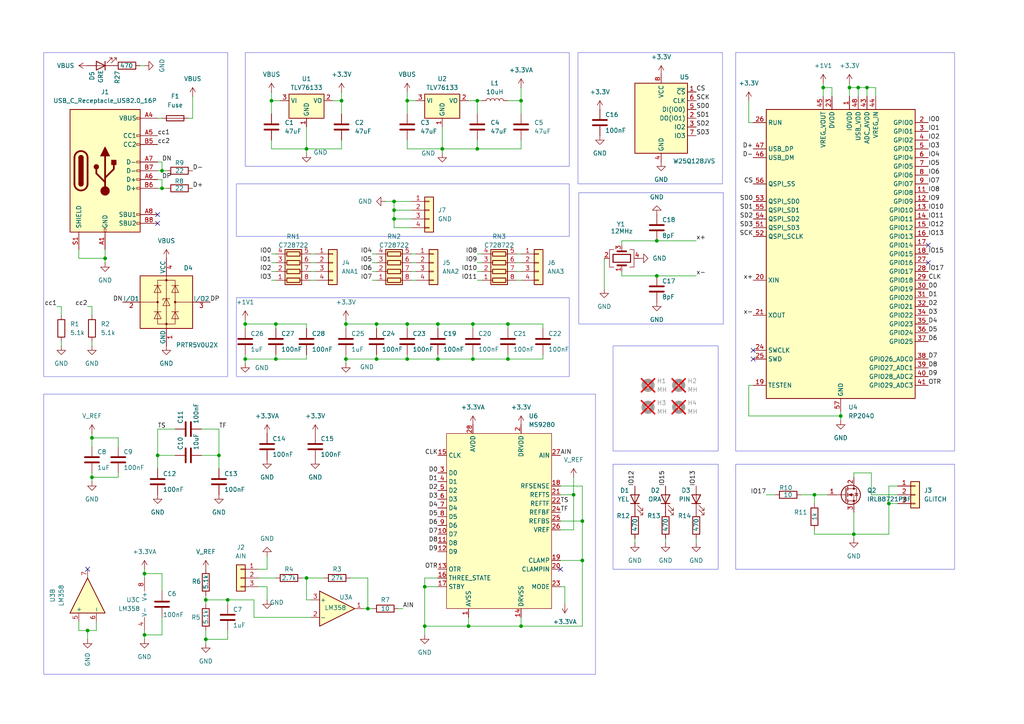
<source format=kicad_sch>
(kicad_sch (version 20231120) (generator "eeschema") (generator_version "8.0")
  (paper "A4")
  (junction (at 168.91 162.56))
  (junction (at 88.9 43.18))
  (junction (at 63.5 132.08))
  (junction (at 71.12 104.14))
  (junction (at 114.3 58.42))
  (junction (at 137.16 93.98))
  (junction (at 251.46 25.4))
  (junction (at 46.99 54.61))
  (junction (at 41.91 166.37))
  (junction (at 190.5 69.85))
  (junction (at 41.91 184.15))
  (junction (at 71.12 93.98))
  (junction (at 118.11 29.21))
  (junction (at 109.22 93.98))
  (junction (at 26.67 138.43))
  (junction (at 46.99 49.53))
  (junction (at 80.01 104.14))
  (junction (at 135.89 181.61))
  (junction (at 114.3 63.5))
  (junction (at 26.67 127))
  (junction (at 100.33 93.98))
  (junction (at 243.84 120.65))
  (junction (at 247.65 154.94))
  (junction (at 80.01 93.98))
  (junction (at 59.69 173.99))
  (junction (at 25.4 182.88))
  (junction (at 257.81 146.05))
  (junction (at 45.72 132.08))
  (junction (at 109.22 104.14))
  (junction (at 100.33 104.14))
  (junction (at 59.69 185.42))
  (junction (at 238.76 25.4))
  (junction (at 128.27 43.18))
  (junction (at 147.32 93.98))
  (junction (at 147.32 104.14))
  (junction (at 127 93.98))
  (junction (at 190.5 80.01))
  (junction (at 114.3 60.96))
  (junction (at 118.11 104.14))
  (junction (at 78.74 29.21))
  (junction (at 123.19 170.18))
  (junction (at 118.11 93.98))
  (junction (at 106.68 176.53))
  (junction (at 99.06 29.21))
  (junction (at 248.92 25.4))
  (junction (at 166.37 143.51))
  (junction (at 151.13 29.21))
  (junction (at 88.9 167.64))
  (junction (at 236.22 143.51))
  (junction (at 127 104.14))
  (junction (at 246.38 25.4))
  (junction (at 151.13 181.61))
  (junction (at 30.48 74.93))
  (junction (at 137.16 104.14))
  (junction (at 123.19 181.61))
  (junction (at 66.04 173.99))
  (junction (at 138.43 43.18))
  (junction (at 168.91 151.13))
  (junction (at 138.43 29.21))
  (no_connect (at 45.72 64.77))
  (no_connect (at 45.72 62.23))
  (no_connect (at 162.56 165.1))
  (no_connect (at 269.24 76.2))
  (no_connect (at 25.4 165.1))
  (no_connect (at 218.44 104.14))
  (no_connect (at 218.44 101.6))
  (no_connect (at 269.24 71.12))
  (wire (pts (xy 78.74 73.66) (xy 80.01 73.66)))
  (wire (pts (xy 34.29 129.54) (xy 34.29 127)))
  (wire (pts (xy 41.91 184.15) (xy 41.91 185.42)))
  (wire (pts (xy 162.56 162.56) (xy 168.91 162.56)))
  (wire (pts (xy 184.15 157.48) (xy 184.15 156.21)))
  (wire (pts (xy 157.48 104.14) (xy 147.32 104.14)))
  (wire (pts (xy 59.69 185.42) (xy 59.69 182.88)))
  (wire (pts (xy 25.4 182.88) (xy 27.94 182.88)))
  (wire (pts (xy 118.11 40.64) (xy 118.11 43.18)))
  (wire (pts (xy 106.68 167.64) (xy 106.68 176.53)))
  (wire (pts (xy 99.06 29.21) (xy 96.52 29.21)))
  (wire (pts (xy 46.99 52.07) (xy 46.99 54.61)))
  (wire (pts (xy 78.74 78.74) (xy 80.01 78.74)))
  (wire (pts (xy 22.86 180.34) (xy 22.86 182.88)))
  (wire (pts (xy 26.67 138.43) (xy 26.67 139.7)))
  (wire (pts (xy 236.22 143.51) (xy 236.22 146.05)))
  (wire (pts (xy 109.22 93.98) (xy 118.11 93.98)))
  (wire (pts (xy 166.37 143.51) (xy 162.56 143.51)))
  (wire (pts (xy 151.13 33.02) (xy 151.13 29.21)))
  (wire (pts (xy 138.43 29.21) (xy 139.7 29.21)))
  (wire (pts (xy 147.32 93.98) (xy 147.32 95.25)))
  (wire (pts (xy 58.42 132.08) (xy 63.5 132.08)))
  (wire (pts (xy 46.99 171.45) (xy 46.99 166.37)))
  (wire (pts (xy 99.06 43.18) (xy 88.9 43.18)))
  (wire (pts (xy 247.65 137.16) (xy 247.65 138.43)))
  (wire (pts (xy 54.61 34.29) (xy 55.88 34.29)))
  (wire (pts (xy 41.91 19.05) (xy 40.64 19.05)))
  (wire (pts (xy 168.91 162.56) (xy 168.91 181.61)))
  (wire (pts (xy 147.32 29.21) (xy 151.13 29.21)))
  (wire (pts (xy 222.25 143.51) (xy 224.79 143.51)))
  (wire (pts (xy 137.16 93.98) (xy 137.16 95.25)))
  (wire (pts (xy 135.89 179.07) (xy 135.89 181.61)))
  (wire (pts (xy 119.38 81.28) (xy 120.65 81.28)))
  (wire (pts (xy 45.72 124.46) (xy 50.8 124.46)))
  (wire (pts (xy 151.13 40.64) (xy 151.13 43.18)))
  (wire (pts (xy 217.17 120.65) (xy 243.84 120.65)))
  (wire (pts (xy 109.22 76.2) (xy 107.95 76.2)))
  (wire (pts (xy 238.76 25.4) (xy 238.76 24.13)))
  (wire (pts (xy 48.26 54.61) (xy 46.99 54.61)))
  (wire (pts (xy 71.12 104.14) (xy 71.12 105.41)))
  (wire (pts (xy 175.26 83.82) (xy 175.26 74.93)))
  (wire (pts (xy 99.06 33.02) (xy 99.06 29.21)))
  (wire (pts (xy 66.04 182.88) (xy 66.04 185.42)))
  (wire (pts (xy 26.67 88.9) (xy 26.67 91.44)))
  (wire (pts (xy 115.57 176.53) (xy 116.84 176.53)))
  (wire (pts (xy 128.27 43.18) (xy 128.27 36.83)))
  (wire (pts (xy 109.22 81.28) (xy 107.95 81.28)))
  (wire (pts (xy 137.16 93.98) (xy 147.32 93.98)))
  (wire (pts (xy 118.11 43.18) (xy 128.27 43.18)))
  (wire (pts (xy 17.78 88.9) (xy 17.78 91.44)))
  (wire (pts (xy 123.19 170.18) (xy 123.19 181.61)))
  (wire (pts (xy 118.11 102.87) (xy 118.11 104.14)))
  (wire (pts (xy 26.67 137.16) (xy 26.67 138.43)))
  (wire (pts (xy 100.33 104.14) (xy 109.22 104.14)))
  (wire (pts (xy 149.86 73.66) (xy 151.13 73.66)))
  (wire (pts (xy 127 93.98) (xy 137.16 93.98)))
  (wire (pts (xy 100.33 95.25) (xy 100.33 93.98)))
  (wire (pts (xy 71.12 95.25) (xy 71.12 93.98)))
  (wire (pts (xy 26.67 127) (xy 34.29 127)))
  (wire (pts (xy 246.38 25.4) (xy 246.38 27.94)))
  (wire (pts (xy 88.9 93.98) (xy 88.9 95.25)))
  (wire (pts (xy 34.29 138.43) (xy 26.67 138.43)))
  (wire (pts (xy 138.43 43.18) (xy 151.13 43.18)))
  (wire (pts (xy 101.6 167.64) (xy 106.68 167.64)))
  (wire (pts (xy 78.74 33.02) (xy 78.74 29.21)))
  (wire (pts (xy 73.66 173.99) (xy 66.04 173.99)))
  (wire (pts (xy 118.11 104.14) (xy 127 104.14)))
  (wire (pts (xy 147.32 104.14) (xy 137.16 104.14)))
  (wire (pts (xy 77.47 161.29) (xy 77.47 165.1)))
  (wire (pts (xy 254 25.4) (xy 251.46 25.4)))
  (wire (pts (xy 123.19 181.61) (xy 123.19 184.15)))
  (wire (pts (xy 71.12 93.98) (xy 80.01 93.98)))
  (wire (pts (xy 71.12 92.71) (xy 71.12 93.98)))
  (wire (pts (xy 248.92 25.4) (xy 246.38 25.4)))
  (wire (pts (xy 127 104.14) (xy 127 102.87)))
  (wire (pts (xy 41.91 166.37) (xy 41.91 167.64)))
  (wire (pts (xy 55.88 34.29) (xy 55.88 27.94)))
  (wire (pts (xy 118.11 29.21) (xy 120.65 29.21)))
  (wire (pts (xy 201.93 69.85) (xy 190.5 69.85)))
  (wire (pts (xy 151.13 29.21) (xy 151.13 25.4)))
  (wire (pts (xy 166.37 153.67) (xy 166.37 143.51)))
  (wire (pts (xy 217.17 35.56) (xy 218.44 35.56)))
  (wire (pts (xy 180.34 78.74) (xy 180.34 80.01)))
  (wire (pts (xy 138.43 33.02) (xy 138.43 29.21)))
  (wire (pts (xy 247.65 154.94) (xy 257.81 154.94)))
  (wire (pts (xy 157.48 95.25) (xy 157.48 93.98)))
  (wire (pts (xy 180.34 69.85) (xy 180.34 71.12)))
  (wire (pts (xy 80.01 102.87) (xy 80.01 104.14)))
  (wire (pts (xy 88.9 167.64) (xy 88.9 173.99)))
  (wire (pts (xy 257.81 140.97) (xy 257.81 146.05)))
  (wire (pts (xy 17.78 100.33) (xy 17.78 99.06)))
  (wire (pts (xy 251.46 25.4) (xy 248.92 25.4)))
  (wire (pts (xy 252.73 137.16) (xy 247.65 137.16)))
  (wire (pts (xy 246.38 24.13) (xy 246.38 25.4)))
  (wire (pts (xy 88.9 167.64) (xy 93.98 167.64)))
  (wire (pts (xy 162.56 153.67) (xy 166.37 153.67)))
  (wire (pts (xy 248.92 25.4) (xy 248.92 27.94)))
  (wire (pts (xy 119.38 63.5) (xy 114.3 63.5)))
  (wire (pts (xy 41.91 165.1) (xy 41.91 166.37)))
  (wire (pts (xy 257.81 154.94) (xy 257.81 146.05)))
  (wire (pts (xy 90.17 173.99) (xy 88.9 173.99)))
  (wire (pts (xy 109.22 93.98) (xy 109.22 95.25)))
  (wire (pts (xy 114.3 58.42) (xy 119.38 58.42)))
  (wire (pts (xy 46.99 166.37) (xy 41.91 166.37)))
  (wire (pts (xy 59.69 172.72) (xy 59.69 173.99)))
  (wire (pts (xy 252.73 143.51) (xy 260.35 143.51)))
  (wire (pts (xy 22.86 182.88) (xy 25.4 182.88)))
  (wire (pts (xy 157.48 102.87) (xy 157.48 104.14)))
  (wire (pts (xy 73.66 179.07) (xy 73.66 173.99)))
  (wire (pts (xy 109.22 73.66) (xy 107.95 73.66)))
  (wire (pts (xy 236.22 143.51) (xy 232.41 143.51)))
  (wire (pts (xy 78.74 81.28) (xy 80.01 81.28)))
  (wire (pts (xy 260.35 146.05) (xy 257.81 146.05)))
  (wire (pts (xy 74.93 170.18) (xy 77.47 170.18)))
  (wire (pts (xy 218.44 111.76) (xy 217.17 111.76)))
  (wire (pts (xy 73.66 179.07) (xy 90.17 179.07)))
  (wire (pts (xy 99.06 40.64) (xy 99.06 43.18)))
  (wire (pts (xy 123.19 167.64) (xy 123.19 170.18)))
  (wire (pts (xy 74.93 165.1) (xy 77.47 165.1)))
  (wire (pts (xy 217.17 111.76) (xy 217.17 120.65)))
  (wire (pts (xy 105.41 176.53) (xy 106.68 176.53)))
  (wire (pts (xy 138.43 40.64) (xy 138.43 43.18)))
  (wire (pts (xy 22.86 74.93) (xy 30.48 74.93)))
  (wire (pts (xy 201.93 157.48) (xy 201.93 156.21)))
  (wire (pts (xy 138.43 43.18) (xy 128.27 43.18)))
  (wire (pts (xy 236.22 153.67) (xy 236.22 154.94)))
  (wire (pts (xy 162.56 151.13) (xy 168.91 151.13)))
  (wire (pts (xy 46.99 179.07) (xy 46.99 184.15)))
  (wire (pts (xy 106.68 176.53) (xy 107.95 176.53)))
  (wire (pts (xy 139.7 76.2) (xy 138.43 76.2)))
  (wire (pts (xy 63.5 132.08) (xy 63.5 135.89)))
  (wire (pts (xy 243.84 119.38) (xy 243.84 120.65)))
  (wire (pts (xy 168.91 181.61) (xy 151.13 181.61)))
  (wire (pts (xy 247.65 148.59) (xy 247.65 154.94)))
  (wire (pts (xy 63.5 124.46) (xy 63.5 132.08)))
  (wire (pts (xy 90.17 76.2) (xy 91.44 76.2)))
  (wire (pts (xy 162.56 140.97) (xy 168.91 140.97)))
  (wire (pts (xy 88.9 43.18) (xy 88.9 36.83)))
  (wire (pts (xy 119.38 66.04) (xy 114.3 66.04)))
  (wire (pts (xy 88.9 102.87) (xy 88.9 104.14)))
  (wire (pts (xy 71.12 104.14) (xy 80.01 104.14)))
  (wire (pts (xy 118.11 33.02) (xy 118.11 29.21)))
  (wire (pts (xy 127 93.98) (xy 127 95.25)))
  (wire (pts (xy 147.32 102.87) (xy 147.32 104.14)))
  (wire (pts (xy 78.74 43.18) (xy 88.9 43.18)))
  (wire (pts (xy 119.38 78.74) (xy 120.65 78.74)))
  (wire (pts (xy 190.5 69.85) (xy 180.34 69.85)))
  (wire (pts (xy 119.38 76.2) (xy 120.65 76.2)))
  (wire (pts (xy 118.11 29.21) (xy 118.11 26.67)))
  (wire (pts (xy 236.22 154.94) (xy 247.65 154.94)))
  (wire (pts (xy 45.72 132.08) (xy 45.72 135.89)))
  (wire (pts (xy 149.86 81.28) (xy 151.13 81.28)))
  (wire (pts (xy 100.33 105.41) (xy 100.33 104.14)))
  (wire (pts (xy 252.73 143.51) (xy 252.73 137.16)))
  (wire (pts (xy 193.04 157.48) (xy 193.04 156.21)))
  (wire (pts (xy 78.74 29.21) (xy 81.28 29.21)))
  (wire (pts (xy 147.32 93.98) (xy 157.48 93.98)))
  (wire (pts (xy 45.72 52.07) (xy 46.99 52.07)))
  (wire (pts (xy 46.99 46.99) (xy 46.99 49.53)))
  (wire (pts (xy 90.17 81.28) (xy 91.44 81.28)))
  (wire (pts (xy 46.99 49.53) (xy 45.72 49.53)))
  (wire (pts (xy 59.69 173.99) (xy 59.69 175.26)))
  (wire (pts (xy 119.38 60.96) (xy 114.3 60.96)))
  (wire (pts (xy 16.51 88.9) (xy 17.78 88.9)))
  (wire (pts (xy 45.72 46.99) (xy 46.99 46.99)))
  (wire (pts (xy 27.94 182.88) (xy 27.94 180.34)))
  (wire (pts (xy 26.67 100.33) (xy 26.67 99.06)))
  (wire (pts (xy 25.4 88.9) (xy 26.67 88.9)))
  (wire (pts (xy 128.27 43.18) (xy 128.27 44.45)))
  (wire (pts (xy 59.69 186.69) (xy 59.69 185.42)))
  (wire (pts (xy 90.17 73.66) (xy 91.44 73.66)))
  (wire (pts (xy 137.16 104.14) (xy 127 104.14)))
  (wire (pts (xy 58.42 124.46) (xy 63.5 124.46)))
  (wire (pts (xy 100.33 93.98) (xy 109.22 93.98)))
  (wire (pts (xy 247.65 154.94) (xy 247.65 156.21)))
  (wire (pts (xy 66.04 173.99) (xy 59.69 173.99)))
  (wire (pts (xy 22.86 72.39) (xy 22.86 74.93)))
  (wire (pts (xy 139.7 78.74) (xy 138.43 78.74)))
  (wire (pts (xy 241.3 27.94) (xy 241.3 25.4)))
  (wire (pts (xy 180.34 80.01) (xy 190.5 80.01)))
  (wire (pts (xy 74.93 167.64) (xy 80.01 167.64)))
  (wire (pts (xy 46.99 54.61) (xy 45.72 54.61)))
  (wire (pts (xy 114.3 60.96) (xy 114.3 58.42)))
  (wire (pts (xy 139.7 81.28) (xy 138.43 81.28)))
  (wire (pts (xy 238.76 25.4) (xy 238.76 27.94)))
  (wire (pts (xy 243.84 120.65) (xy 243.84 121.92)))
  (wire (pts (xy 66.04 173.99) (xy 66.04 175.26)))
  (wire (pts (xy 48.26 49.53) (xy 46.99 49.53)))
  (wire (pts (xy 100.33 92.71) (xy 100.33 93.98)))
  (wire (pts (xy 25.4 185.42) (xy 25.4 182.88)))
  (wire (pts (xy 166.37 138.43) (xy 166.37 143.51)))
  (wire (pts (xy 251.46 25.4) (xy 251.46 27.94)))
  (wire (pts (xy 34.29 137.16) (xy 34.29 138.43)))
  (wire (pts (xy 118.11 93.98) (xy 118.11 95.25)))
  (wire (pts (xy 119.38 73.66) (xy 120.65 73.66)))
  (wire (pts (xy 241.3 25.4) (xy 238.76 25.4)))
  (wire (pts (xy 137.16 102.87) (xy 137.16 104.14)))
  (wire (pts (xy 190.5 80.01) (xy 201.93 80.01)))
  (wire (pts (xy 149.86 76.2) (xy 151.13 76.2)))
  (wire (pts (xy 240.03 143.51) (xy 236.22 143.51)))
  (wire (pts (xy 71.12 102.87) (xy 71.12 104.14)))
  (wire (pts (xy 114.3 66.04) (xy 114.3 63.5)))
  (wire (pts (xy 139.7 73.66) (xy 138.43 73.66)))
  (wire (pts (xy 100.33 102.87) (xy 100.33 104.14)))
  (wire (pts (xy 162.56 170.18) (xy 163.83 170.18)))
  (wire (pts (xy 254 27.94) (xy 254 25.4)))
  (wire (pts (xy 66.04 185.42) (xy 59.69 185.42)))
  (wire (pts (xy 217.17 29.21) (xy 217.17 35.56)))
  (wire (pts (xy 26.67 127) (xy 26.67 129.54)))
  (wire (pts (xy 30.48 76.2) (xy 30.48 74.93)))
  (wire (pts (xy 138.43 29.21) (xy 135.89 29.21)))
  (wire (pts (xy 111.76 58.42) (xy 114.3 58.42)))
  (wire (pts (xy 163.83 170.18) (xy 163.83 175.26)))
  (wire (pts (xy 77.47 173.99) (xy 77.47 170.18)))
  (wire (pts (xy 78.74 29.21) (xy 78.74 26.67)))
  (wire (pts (xy 80.01 93.98) (xy 80.01 95.25)))
  (wire (pts (xy 45.72 132.08) (xy 50.8 132.08)))
  (wire (pts (xy 46.99 184.15) (xy 41.91 184.15)))
  (wire (pts (xy 45.72 34.29) (xy 46.99 34.29)))
  (wire (pts (xy 41.91 182.88) (xy 41.91 184.15)))
  (wire (pts (xy 90.17 78.74) (xy 91.44 78.74)))
  (wire (pts (xy 78.74 40.64) (xy 78.74 43.18)))
  (wire (pts (xy 114.3 63.5) (xy 114.3 60.96)))
  (wire (pts (xy 118.11 93.98) (xy 127 93.98)))
  (wire (pts (xy 99.06 29.21) (xy 99.06 26.67)))
  (wire (pts (xy 88.9 43.18) (xy 88.9 44.45)))
  (wire (pts (xy 260.35 140.97) (xy 257.81 140.97)))
  (wire (pts (xy 109.22 104.14) (xy 118.11 104.14)))
  (wire (pts (xy 26.67 125.73) (xy 26.67 127)))
  (wire (pts (xy 168.91 151.13) (xy 168.91 162.56)))
  (wire (pts (xy 151.13 181.61) (xy 135.89 181.61)))
  (wire (pts (xy 87.63 167.64) (xy 88.9 167.64)))
  (wire (pts (xy 151.13 179.07) (xy 151.13 181.61)))
  (wire (pts (xy 30.48 72.39) (xy 30.48 74.93)))
  (wire (pts (xy 80.01 104.14) (xy 88.9 104.14)))
  (wire (pts (xy 80.01 93.98) (xy 88.9 93.98)))
  (wire (pts (xy 78.74 76.2) (xy 80.01 76.2)))
  (wire (pts (xy 135.89 181.61) (xy 123.19 181.61)))
  (wire (pts (xy 127 167.64) (xy 123.19 167.64)))
  (wire (pts (xy 168.91 140.97) (xy 168.91 151.13)))
  (wire (pts (xy 109.22 102.87) (xy 109.22 104.14)))
  (wire (pts (xy 109.22 78.74) (xy 107.95 78.74)))
  (wire (pts (xy 45.72 124.46) (xy 45.72 132.08)))
  (wire (pts (xy 123.19 170.18) (xy 127 170.18)))
  (wire (pts (xy 149.86 78.74) (xy 151.13 78.74)))
  (rectangle (start 177.8 100.33) (end 208.28 130.81) (stroke (width 0.0762)))
  (rectangle (start 71.12 15.24) (end 165.1 48.26) (stroke (width 0.0762)))
  (rectangle (start 177.8 134.62) (end 208.28 165.1) (stroke (width 0.0762)))
  (rectangle (start 213.36 15.24) (end 276.86 130.81) (stroke (width 0.0762)))
  (rectangle (start 12.7 114.3) (end 172.72 195.58) (stroke (width 0.0762)))
  (rectangle (start 12.7 15.24) (end 66.04 109.22) (stroke (width 0.0762)))
  (rectangle (start 68.58 86.36) (end 165.1 109.22) (stroke (width 0.0762)))
  (rectangle (start 167.64 15.24) (end 209.55 53.34) (stroke (width 0.0762)))
  (rectangle (start 167.894 55.88) (end 209.804 93.98) (stroke (width 0.0762)))
  (rectangle (start 68.58 53.34) (end 165.1 68.58) (stroke (width 0.0762)))
  (rectangle (start 213.36 134.62) (end 276.86 165.1) (stroke (width 0.0762)))
  (label "IO11" (at 138.43 81.28 180))
  (label "D7" (at 127 154.94 180))
  (label "SD0" (at 201.93 31.75 0))
  (label "IO5" (at 269.24 48.26 0))
  (label "DN" (at 35.56 87.63 180))
  (label "IO15" (at 193.04 140.97 90))
  (label "D3" (at 127 144.78 180))
  (label "IO8" (at 269.24 55.88 0))
  (label "IO3" (at 78.74 81.28 180))
  (label "IO6" (at 269.24 50.8 0))
  (label "D+" (at 55.88 54.61 0))
  (label "IO7" (at 107.95 81.28 180))
  (label "SD3" (at 218.44 66.04 180))
  (label "IO9" (at 138.43 76.2 180))
  (label "cc2" (at 25.4 88.9 180))
  (label "IO4" (at 107.95 73.66 180))
  (label "SD2" (at 201.93 36.83 0))
  (label "D4" (at 127 147.32 180))
  (label "IO3" (at 269.24 43.18 0))
  (label "SD2" (at 218.44 63.5 180))
  (label "IO1" (at 78.74 76.2 180))
  (label "D0" (at 269.24 83.82 0))
  (label "SD3" (at 201.93 39.37 0))
  (label "CLK" (at 127 132.08 180))
  (label "D6" (at 269.24 99.06 0))
  (label "IO10" (at 138.43 78.74 180))
  (label "TS" (at 162.56 146.05 0))
  (label "SCK" (at 218.44 68.58 180))
  (label "D-" (at 218.44 45.72 180))
  (label "IO4" (at 269.24 45.72 0))
  (label "D9" (at 269.24 109.22 0))
  (label "D+" (at 218.44 43.18 180))
  (label "D8" (at 127 157.48 180))
  (label "AIN" (at 116.84 176.53 0))
  (label "IO7" (at 269.24 53.34 0))
  (label "D7" (at 269.24 104.14 0))
  (label "x-" (at 201.93 80.01 0))
  (label "SD1" (at 218.44 60.96 180))
  (label "IO10" (at 269.24 60.96 0))
  (label "D-" (at 55.88 49.53 0))
  (label "IO17" (at 222.25 143.51 180))
  (label "IO11" (at 269.24 63.5 0))
  (label "D5" (at 269.24 96.52 0))
  (label "IO15" (at 269.24 73.66 0))
  (label "OTR" (at 127 165.1 180))
  (label "D5" (at 127 149.86 180))
  (label "IO5" (at 107.95 76.2 180))
  (label "SD1" (at 201.93 34.29 0))
  (label "D2" (at 127 142.24 180))
  (label "IO17" (at 269.24 78.74 0))
  (label "cc2" (at 45.72 41.91 0))
  (label "x-" (at 218.44 91.44 180))
  (label "TF" (at 162.56 148.59 0))
  (label "D6" (at 127 152.4 180))
  (label "CLK" (at 269.24 81.28 0))
  (label "IO0" (at 78.74 73.66 180))
  (label "CS" (at 201.93 26.67 0))
  (label "IO13" (at 269.24 68.58 0))
  (label "IO2" (at 269.24 40.64 0))
  (label "SD0" (at 218.44 58.42 180))
  (label "IO2" (at 78.74 78.74 180))
  (label "D2" (at 269.24 88.9 0))
  (label "x+" (at 218.44 81.28 180))
  (label "x+" (at 201.93 69.85 0))
  (label "IO1" (at 269.24 38.1 0))
  (label "IO6" (at 107.95 78.74 180))
  (label "D4" (at 269.24 93.98 0))
  (label "D8" (at 269.24 106.68 0))
  (label "IO9" (at 269.24 58.42 0))
  (label "D3" (at 269.24 91.44 0))
  (label "cc1" (at 16.51 88.9 180))
  (label "D1" (at 269.24 86.36 0))
  (label "CS" (at 218.44 53.34 180))
  (label "IO8" (at 138.43 73.66 180))
  (label "SCK" (at 201.93 29.21 0))
  (label "IO12" (at 184.15 140.97 90))
  (label "DP" (at 46.99 52.07 0))
  (label "AIN" (at 162.56 132.08 0))
  (label "D0" (at 127 137.16 180))
  (label "IO13" (at 201.93 140.97 90))
  (label "DN" (at 46.99 46.99 0))
  (label "cc1" (at 45.72 39.37 0))
  (label "IO12" (at 269.24 66.04 0))
  (label "OTR" (at 269.24 111.76 0))
  (label "D9" (at 127 160.02 180))
  (label "IO0" (at 269.24 35.56 0))
  (label "TF" (at 63.5 124.46 0))
  (label "DP" (at 60.96 87.63 0))
  (label "TS" (at 45.72 124.46 0))
  (label "D1" (at 127 139.7 180))
  (symbol (lib_id "Device:C") (at 147.32 99.06 0) (unit 1)
    (property "Reference" "C21" (at 148.844 96.774 0) (effects (justify left)))
    (property "Value" "100nF" (at 148.844 101.346 0) (effects (justify left)))
    (property "Footprint" "Capacitor_SMD:C_0603_1608Metric" (effects (hide yes)))
    (property "Description" "Unpolarized capacitor" (effects (hide yes)))
  )
  (symbol (lib_id "power:GND") (at 77.47 133.35 0) (unit 1)
    (property "Reference" "#PWR031" (effects (hide yes)))
    (property "Value" "GND" (at 77.47 138.43 0))
    (property "Description" "Power symbol creates a global label with name \"GND\" , ground" (effects (hide yes)))
  )
  (symbol (lib_id "Device:C") (at 137.16 99.06 0) (unit 1)
    (property "Reference" "C20" (at 138.684 96.774 0) (effects (justify left)))
    (property "Value" "100nF" (at 138.684 101.346 0) (effects (justify left)))
    (property "Footprint" "Capacitor_SMD:C_0603_1608Metric" (effects (hide yes)))
    (property "Description" "Unpolarized capacitor" (effects (hide yes)))
  )
  (symbol (lib_id "power:+3.3VA") (at 163.83 175.26 180) (unit 1)
    (property "Reference" "#PWR026" (effects (hide yes)))
    (property "Value" "+3.3VA" (at 163.83 180.34 0))
    (property "Description" "Power symbol creates a global label with name \"+3.3VA\"" (effects (hide yes)))
  )
  (symbol (lib_id "power:GND") (at 111.76 58.42 270) (unit 1)
    (property "Reference" "#PWR049" (effects (hide yes)))
    (property "Value" "GND" (at 107.95 58.4199 90) (effects (justify right)))
    (property "Description" "Power symbol creates a global label with name \"GND\" , ground" (effects (hide yes)))
  )
  (symbol (lib_id "power:GND") (at 91.44 133.35 0) (unit 1)
    (property "Reference" "#PWR032" (effects (hide yes)))
    (property "Value" "GND" (at 91.44 138.43 0))
    (property "Description" "Power symbol creates a global label with name \"GND\" , ground" (effects (hide yes)))
  )
  (symbol (lib_id "Device:C") (at 71.12 99.06 0) (unit 1)
    (property "Reference" "C26" (at 72.644 96.774 0) (effects (justify left)))
    (property "Value" "1uF" (at 72.644 101.346 0) (effects (justify left)))
    (property "Footprint" "Capacitor_SMD:C_0603_1608Metric" (effects (hide yes)))
    (property "Description" "Unpolarized capacitor" (effects (hide yes)))
  )
  (symbol (lib_id "power:GND") (at 128.27 44.45 0) (unit 1)
    (property "Reference" "#PWR09" (effects (hide yes)))
    (property "Value" "GND" (at 124.206 44.45 0))
    (property "Description" "Power symbol creates a global label with name \"GND\" , ground" (effects (hide yes)))
  )
  (symbol (lib_id "Device:R") (at 201.93 152.4 180) (unit 1)
    (property "Reference" "R14" (at 196.596 149.606 0) (effects (justify right)))
    (property "Value" "470" (at 201.93 154.178 90) (effects (justify right)))
    (property "Footprint" "Resistor_SMD:R_0603_1608Metric" (effects (hide yes)))
    (property "Description" "Resistor" (effects (hide yes)))
  )
  (symbol (lib_id "Device:R") (at 111.76 176.53 270) (unit 1)
    (property "Reference" "R7" (at 111.76 173.99 90))
    (property "Value" "10" (at 111.76 176.53 90))
    (property "Footprint" "Resistor_SMD:R_0603_1608Metric" (effects (hide yes)))
    (property "Description" "Resistor" (effects (hide yes)))
  )
  (symbol (lib_id "Device:C") (at 173.99 35.56 0) (unit 1)
    (property "Reference" "C16" (at 175.514 33.274 0) (effects (justify left)))
    (property "Value" "100nF" (at 175.514 37.846 0) (effects (justify left)))
    (property "Footprint" "Capacitor_SMD:C_0603_1608Metric" (effects (hide yes)))
    (property "Description" "Unpolarized capacitor" (effects (hide yes)))
  )
  (symbol (lib_id "power:+1V1") (at 238.76 24.13 0) (unit 1)
    (property "Reference" "#PWR036" (effects (hide yes)))
    (property "Value" "+1V1" (at 238.76 19.05 0))
    (property "Description" "Power symbol creates a global label with name \"+1V1\"" (effects (hide yes)))
  )
  (symbol (lib_id "Device:LED") (at 184.15 144.78 90) (unit 1)
    (property "Reference" "D1" (at 179.832 142.24 90) (effects (justify right)))
    (property "Value" "YEL" (at 179.07 144.78 90) (effects (justify right)))
    (property "Footprint" "LED_SMD:LED_0603_1608Metric" (effects (hide yes)))
    (property "Description" "Light emitting diode" (effects (hide yes)))
  )
  (symbol (lib_id "Amplifier_Operational:LM358") (at 25.4 172.72 90) (unit 2)
    (property "Reference" "U3" (at 15.24 172.72 0))
    (property "Value" "LM358" (at 17.78 172.72 0))
    (property "Footprint" "Package_SO:SO-8_3.9x4.9mm_P1.27mm" (effects (hide yes)))
    (property "Datasheet" "http://www.ti.com/lit/ds/symlink/lm2904-n.pdf" (effects (hide yes)))
    (property "Description" "Low-Power, Dual Operational Amplifiers, DIP-8/SOIC-8/TO-99-8" (effects (hide yes)))
    (property "LCSC" "C693063" (effects (hide yes)))
  )
  (symbol (lib_id "power:GND") (at 26.67 139.7 0) (unit 1)
    (property "Reference" "#PWR020" (effects (hide yes)))
    (property "Value" "GND" (at 26.67 144.78 0))
    (property "Description" "Power symbol creates a global label with name \"GND\" , ground" (effects (hide yes)))
  )
  (symbol (lib_id "Connector_Generic:Conn_01x03") (at 69.85 167.64 0) (mirror y) (unit 1)
    (property "Reference" "J2" (at 69.85 158.75 0))
    (property "Value" "AIN" (at 69.85 161.29 0))
    (property "Footprint" "Connector_PinHeader_2.54mm:PinHeader_1x03_P2.54mm_Vertical" (effects (hide yes)))
    (property "Description" "Generic connector, single row, 01x03, script generated (kicad-library-utils/schlib/autogen/connector/)" (effects (hide yes)))
  )
  (symbol (lib_id "MCU_RaspberryPi:RP2040") (at 243.84 73.66 0) (unit 1)
    (property "Reference" "U4" (at 246.0341 118.11 0) (effects (justify left)))
    (property "Value" "RP2040" (at 246.0341 120.65 0) (effects (justify left)))
    (property "Footprint" "Package_DFN_QFN:QFN-56-1EP_7x7mm_P0.4mm_EP3.2x3.2mm" (effects (hide yes)))
    (property "Datasheet" "https://datasheets.raspberrypi.com/rp2040/rp2040-datasheet.pdf" (effects (hide yes)))
    (property "Description" "A microcontroller by Raspberry Pi" (effects (hide yes)))
  )
  (symbol (lib_id "power:GND") (at 45.72 143.51 0) (unit 1)
    (property "Reference" "#PWR027" (effects (hide yes)))
    (property "Value" "GND" (at 45.72 148.59 0))
    (property "Description" "Power symbol creates a global label with name \"GND\" , ground" (effects (hide yes)))
  )
  (symbol (lib_id "power:GND") (at 77.47 161.29 180) (unit 1)
    (property "Reference" "#PWR016" (effects (hide yes)))
    (property "Value" "GND" (at 77.47 156.21 0))
    (property "Description" "Power symbol creates a global label with name \"GND\" , ground" (effects (hide yes)))
  )
  (symbol (lib_id "power:GND") (at 193.04 157.48 0) (unit 1)
    (property "Reference" "#PWR045" (effects (hide yes)))
    (property "Value" "GND" (at 193.04 162.56 0))
    (property "Description" "Power symbol creates a global label with name \"GND\" , ground" (effects (hide yes)))
  )
  (symbol (lib_id "Device:R") (at 17.78 95.25 180) (unit 1)
    (property "Reference" "R1" (at 20.32 93.9799 0) (effects (justify right)))
    (property "Value" "5.1k" (at 20.32 96.5199 0) (effects (justify right)))
    (property "Footprint" "Resistor_SMD:R_0603_1608Metric" (effects (hide yes)))
    (property "Description" "Resistor" (effects (hide yes)))
  )
  (symbol (lib_id "Regulator_Linear:AMS1117-3.3") (at 128.27 29.21 0) (unit 1)
    (property "Reference" "U2" (at 128.27 22.86 0))
    (property "Value" "TLV76133" (at 128.27 25.4 0))
    (property "Footprint" "Package_TO_SOT_SMD:SOT-223-3_TabPin2" (effects (hide yes)))
    (property "Description" "1A Low Dropout regulator, positive, 3.3V fixed output, SOT-223" (effects (hide yes)))
    (property "LCSC" "C7527500" (effects (hide yes)))
  )
  (symbol (lib_id "Device:C") (at 91.44 129.54 0) (unit 1)
    (property "Reference" "C15" (at 92.964 127.254 0) (effects (justify left)))
    (property "Value" "100nF" (at 92.964 131.826 0) (effects (justify left)))
    (property "Footprint" "Capacitor_SMD:C_0603_1608Metric" (effects (hide yes)))
    (property "Description" "Unpolarized capacitor" (effects (hide yes)))
  )
  (symbol (lib_id "power:GND") (at 63.5 143.51 0) (unit 1)
    (property "Reference" "#PWR028" (effects (hide yes)))
    (property "Value" "GND" (at 63.5 148.59 0))
    (property "Description" "Power symbol creates a global label with name \"GND\" , ground" (effects (hide yes)))
  )
  (symbol (lib_id "power:GND") (at 190.5 62.23 180) (unit 1)
    (property "Reference" "#PWR039" (effects (hide yes)))
    (property "Value" "GND" (at 190.5 57.15 0))
    (property "Description" "Power symbol creates a global label with name \"GND\" , ground" (effects (hide yes)))
  )
  (symbol (lib_id "Device:C") (at 54.61 124.46 90) (unit 1)
    (property "Reference" "C11" (at 52.324 122.936 0) (effects (justify left)))
    (property "Value" "100nF" (at 56.896 122.936 0) (effects (justify left)))
    (property "Footprint" "Capacitor_SMD:C_0603_1608Metric" (effects (hide yes)))
    (property "Description" "Unpolarized capacitor" (effects (hide yes)))
  )
  (symbol (lib_id "power:VBUS") (at 78.74 26.67 0) (unit 1)
    (property "Reference" "#PWR05" (effects (hide yes)))
    (property "Value" "VBUS" (at 78.74 21.59 0))
    (property "Description" "Power symbol creates a global label with name \"VBUS\"" (effects (hide yes)))
  )
  (symbol (lib_id "power:GND") (at 243.84 121.92 0) (unit 1)
    (property "Reference" "#PWR041" (effects (hide yes)))
    (property "Value" "GND" (at 243.84 127 0))
    (property "Description" "Power symbol creates a global label with name \"GND\" , ground" (effects (hide yes)))
  )
  (symbol (lib_id "Device:R") (at 36.83 19.05 270) (unit 1)
    (property "Reference" "R27" (at 34.036 24.384 0) (effects (justify right)))
    (property "Value" "470" (at 38.608 19.05 90) (effects (justify right)))
    (property "Footprint" "Resistor_SMD:R_0603_1608Metric" (effects (hide yes)))
    (property "Description" "Resistor" (effects (hide yes)))
  )
  (symbol (lib_id "power:+3.3V") (at 191.77 21.59 0) (unit 1)
    (property "Reference" "#PWR012" (effects (hide yes)))
    (property "Value" "+3.3V" (at 191.77 16.51 0))
    (property "Description" "Power symbol creates a global label with name \"+3.3V\"" (effects (hide yes)))
  )
  (symbol (lib_id "Device:R") (at 52.07 54.61 270) (unit 1)
    (property "Reference" "R8" (at 53.34 52.578 90) (effects (justify right)))
    (property "Value" "22" (at 53.34 54.61 90) (effects (justify right)))
    (property "Footprint" "Resistor_SMD:R_0603_1608Metric" (effects (hide yes)))
    (property "Description" "Resistor" (effects (hide yes)))
  )
  (symbol (lib_id "power:+3.3V") (at 217.17 29.21 0) (unit 1)
    (property "Reference" "#PWR042" (effects (hide yes)))
    (property "Value" "+3.3V" (at 217.17 24.13 0))
    (property "Description" "Power symbol creates a global label with name \"+3.3V\"" (effects (hide yes)))
  )
  (symbol (lib_id "Device:R_Pack04") (at 114.3 76.2 270) (mirror x) (unit 1)
    (property "Reference" "RN2" (at 114.3 68.58 90))
    (property "Value" "C728722" (at 114.3 71.12 90))
    (property "Footprint" "Resistor_SMD:R_Array_Concave_4x0402" (effects (hide yes)))
    (property "Description" "4 resistor network, parallel topology" (effects (hide yes)))
    (property "LCSC" "C728722" (effects (hide yes)))
  )
  (symbol (lib_id "Device:Fuse") (at 50.8 34.29 90) (unit 1)
    (property "Reference" "F1" (at 50.8 27.94 90))
    (property "Value" "Fuse" (at 50.8 30.48 90))
    (property "Footprint" "Fuse:Fuse_1812_4532Metric" (effects (hide yes)))
    (property "Description" "Fuse" (effects (hide yes)))
    (property "LCSC" "C142689 " (effects (hide yes)))
  )
  (symbol (lib_id "Connector:USB_C_Receptacle_USB2.0_16P") (at 30.48 49.53 0) (unit 1)
    (property "Reference" "J1" (at 30.48 26.67 0))
    (property "Value" "USB_C_Receptacle_USB2.0_16P" (at 30.48 29.21 0))
    (property "Footprint" "Connector_USB:USB_C_Receptacle_GCT_USB4105-xx-A_16P_TopMnt_Horizontal" (effects (hide yes)))
    (property "Datasheet" "https://www.usb.org/sites/default/files/documents/usb_type-c.zip" (effects (hide yes)))
    (property "Description" "USB 2.0-only 16P Type-C Receptacle connector" (effects (hide yes)))
  )
  (symbol (lib_id "Mechanical:MountingHole") (at 187.96 111.76 0) (unit 1) (exclude_from_sim yes) (in_bom no) (dnp yes)
    (property "Reference" "H1" (at 190.5 110.4899 0) (effects (justify left)))
    (property "Value" "MH" (at 190.5 113.0299 0) (effects (justify left)))
    (property "Footprint" "MountingHole:MountingHole_2.2mm_M2_DIN965_Pad" (effects (hide yes)))
    (property "Description" "Mounting Hole without connection" (effects (hide yes)))
  )
  (symbol (lib_id "Device:C") (at 138.43 36.83 0) (unit 1)
    (property "Reference" "C4" (at 142.24 35.5599 0) (effects (justify left)))
    (property "Value" "47uF" (at 142.24 38.0999 0) (effects (justify left)))
    (property "Footprint" "Capacitor_SMD:C_1206_3216Metric" (effects (hide yes)))
    (property "Description" "Unpolarized capacitor" (effects (hide yes)))
  )
  (symbol (lib_id "power:GND") (at 41.91 185.42 0) (unit 1)
    (property "Reference" "#PWR015" (effects (hide yes)))
    (property "Value" "GND" (at 41.91 190.5 0))
    (property "Description" "Power symbol creates a global label with name \"GND\" , ground" (effects (hide yes)))
  )
  (symbol (lib_id "power:GND") (at 100.33 105.41 0) (unit 1)
    (property "Reference" "#PWR051" (effects (hide yes)))
    (property "Value" "GND" (at 106.426 106.426 0))
    (property "Description" "Power symbol creates a global label with name \"GND\" , ground" (effects (hide yes)))
  )
  (symbol (lib_id "power:GND") (at 71.12 105.41 0) (unit 1)
    (property "Reference" "#PWR053" (effects (hide yes)))
    (property "Value" "GND" (at 75.946 106.68 0))
    (property "Description" "Power symbol creates a global label with name \"GND\" , ground" (effects (hide yes)))
  )
  (symbol (lib_id "Device:C") (at 78.74 36.83 0) (unit 1)
    (property "Reference" "C1" (at 82.55 35.5599 0) (effects (justify left)))
    (property "Value" "47uF" (at 82.55 38.0999 0) (effects (justify left)))
    (property "Footprint" "Capacitor_SMD:C_1206_3216Metric" (effects (hide yes)))
    (property "Description" "Unpolarized capacitor" (effects (hide yes)))
  )
  (symbol (lib_id "power:GND") (at 26.67 100.33 0) (unit 1)
    (property "Reference" "#PWR03" (effects (hide yes)))
    (property "Value" "GND" (at 26.67 105.41 0))
    (property "Description" "Power symbol creates a global label with name \"GND\" , ground" (effects (hide yes)))
  )
  (symbol (lib_id "Device:R") (at 59.69 168.91 180) (unit 1)
    (property "Reference" "R6" (at 55.626 168.656 0) (effects (justify right)))
    (property "Value" "5.1k" (at 59.69 170.942 90) (effects (justify right)))
    (property "Footprint" "Resistor_SMD:R_0603_1608Metric" (effects (hide yes)))
    (property "Description" "Resistor" (effects (hide yes)))
  )
  (symbol (lib_id "Device:R") (at 228.6 143.51 270) (unit 1)
    (property "Reference" "R10" (at 229.87 141.478 90) (effects (justify right)))
    (property "Value" "10" (at 229.87 143.51 90) (effects (justify right)))
    (property "Footprint" "Resistor_SMD:R_0603_1608Metric" (effects (hide yes)))
    (property "Description" "Resistor" (effects (hide yes)))
  )
  (symbol (lib_id "Device:Crystal_GND24") (at 180.34 74.93 90) (unit 1)
    (property "Reference" "Y1" (at 180.086 65.024 90))
    (property "Value" "12MHz" (at 180.34 67.056 90))
    (property "Footprint" "Crystal:Crystal_SMD_Abracon_ABM10-4Pin_2.5x2.0mm" (effects (hide yes)))
    (property "Description" "Four pin crystal, GND on pins 2 and 4" (effects (hide yes)))
    (property "LCSC" "C1985454" (effects (hide yes)))
  )
  (symbol (lib_id "power:GND") (at 247.65 156.21 0) (unit 1)
    (property "Reference" "#PWR043" (effects (hide yes)))
    (property "Value" "GND" (at 247.65 161.29 0))
    (property "Description" "Power symbol creates a global label with name \"GND\" , ground" (effects (hide yes)))
  )
  (symbol (lib_id "Device:R") (at 97.79 167.64 270) (unit 1)
    (property "Reference" "R3" (at 97.79 165.1 90))
    (property "Value" "27k" (at 97.79 167.64 90))
    (property "Footprint" "Resistor_SMD:R_0603_1608Metric" (effects (hide yes)))
    (property "Description" "Resistor" (effects (hide yes)))
  )
  (symbol (lib_id "power:GND") (at 17.78 100.33 0) (unit 1)
    (property "Reference" "#PWR02" (effects (hide yes)))
    (property "Value" "GND" (at 17.78 105.41 0))
    (property "Description" "Power symbol creates a global label with name \"GND\" , ground" (effects (hide yes)))
  )
  (symbol (lib_id "power:Vdrive") (at 26.67 125.73 0) (unit 1)
    (property "Reference" "#PWR021" (effects (hide yes)))
    (property "Value" "V_REF" (at 26.67 120.65 0))
    (property "Description" "Power symbol creates a global label with name \"Vdrive\"" (effects (hide yes)))
  )
  (symbol (lib_id "power:GND") (at 184.15 157.48 0) (unit 1)
    (property "Reference" "#PWR044" (effects (hide yes)))
    (property "Value" "GND" (at 184.15 162.56 0))
    (property "Description" "Power symbol creates a global label with name \"GND\" , ground" (effects (hide yes)))
  )
  (symbol (lib_id "power:+3.3V") (at 100.33 92.71 0) (unit 1)
    (property "Reference" "#PWR050" (effects (hide yes)))
    (property "Value" "+3.3V" (at 100.33 87.63 0))
    (property "Description" "Power symbol creates a global label with name \"+3.3V\"" (effects (hide yes)))
  )
  (symbol (lib_id "Device:C") (at 34.29 133.35 0) (unit 1)
    (property "Reference" "C9" (at 35.814 131.064 0) (effects (justify left)))
    (property "Value" "100nF" (at 35.814 135.636 0) (effects (justify left)))
    (property "Footprint" "Capacitor_SMD:C_0603_1608Metric" (effects (hide yes)))
    (property "Description" "Unpolarized capacitor" (effects (hide yes)))
  )
  (symbol (lib_id "Connector_Generic:Conn_01x03") (at 265.43 143.51 0) (unit 1)
    (property "Reference" "J3" (at 267.97 142.2399 0) (effects (justify left)))
    (property "Value" "GLITCH" (at 267.97 144.7799 0) (effects (justify left)))
    (property "Footprint" "Connector_PinHeader_2.54mm:PinHeader_1x03_P2.54mm_Vertical" (effects (hide yes)))
    (property "Description" "Generic connector, single row, 01x03, script generated (kicad-library-utils/schlib/autogen/connector/)" (effects (hide yes)))
  )
  (symbol (lib_id "power:GND") (at 201.93 157.48 0) (unit 1)
    (property "Reference" "#PWR046" (effects (hide yes)))
    (property "Value" "GND" (at 201.93 162.56 0))
    (property "Description" "Power symbol creates a global label with name \"GND\" , ground" (effects (hide yes)))
  )
  (symbol (lib_id "Device:C") (at 109.22 99.06 0) (unit 1)
    (property "Reference" "C24" (at 110.744 96.774 0) (effects (justify left)))
    (property "Value" "100nF" (at 110.744 101.346 0) (effects (justify left)))
    (property "Footprint" "Capacitor_SMD:C_0603_1608Metric" (effects (hide yes)))
    (property "Description" "Unpolarized capacitor" (effects (hide yes)))
  )
  (symbol (lib_id "power:+3.3V") (at 99.06 26.67 0) (unit 1)
    (property "Reference" "#PWR07" (effects (hide yes)))
    (property "Value" "+3.3V" (at 99.06 21.59 0))
    (property "Description" "Power symbol creates a global label with name \"+3.3V\"" (effects (hide yes)))
  )
  (symbol (lib_id "Mechanical:MountingHole") (at 187.96 118.11 0) (unit 1) (exclude_from_sim yes) (in_bom no) (dnp yes)
    (property "Reference" "H3" (at 190.5 116.8399 0) (effects (justify left)))
    (property "Value" "MH" (at 190.5 119.3799 0) (effects (justify left)))
    (property "Footprint" "MountingHole:MountingHole_2.2mm_M2_DIN965_Pad" (effects (hide yes)))
    (property "Description" "Mounting Hole without connection" (effects (hide yes)))
  )
  (symbol (lib_id "power:GND") (at 59.69 186.69 0) (unit 1)
    (property "Reference" "#PWR018" (effects (hide yes)))
    (property "Value" "GND" (at 59.69 191.77 0))
    (property "Description" "Power symbol creates a global label with name \"GND\" , ground" (effects (hide yes)))
  )
  (symbol (lib_id "Device:C") (at 26.67 133.35 0) (unit 1)
    (property "Reference" "C8" (at 28.194 131.064 0) (effects (justify left)))
    (property "Value" "1uF" (at 28.194 135.636 0) (effects (justify left)))
    (property "Footprint" "Capacitor_SMD:C_0603_1608Metric" (effects (hide yes)))
    (property "Description" "Unpolarized capacitor" (effects (hide yes)))
  )
  (symbol (lib_id "power:GND") (at 41.91 19.05 90) (unit 1)
    (property "Reference" "#PWR056" (effects (hide yes)))
    (property "Value" "GND" (at 46.99 19.05 0))
    (property "Description" "Power symbol creates a global label with name \"GND\" , ground" (effects (hide yes)))
  )
  (symbol (lib_id "Device:LED") (at 193.04 144.78 90) (unit 1)
    (property "Reference" "D2" (at 188.722 142.24 90) (effects (justify right)))
    (property "Value" "ORA" (at 187.96 144.78 90) (effects (justify right)))
    (property "Footprint" "LED_SMD:LED_0603_1608Metric" (effects (hide yes)))
    (property "Description" "Light emitting diode" (effects (hide yes)))
  )
  (symbol (lib_id "Device:C") (at 190.5 83.82 0) (unit 1)
    (property "Reference" "C17" (at 192.024 81.534 0) (effects (justify left)))
    (property "Value" "8pF" (at 192.024 86.106 0) (effects (justify left)))
    (property "Footprint" "Capacitor_SMD:C_0603_1608Metric" (effects (hide yes)))
    (property "Description" "Unpolarized capacitor" (effects (hide yes)))
  )
  (symbol (lib_id "Device:R_Pack04") (at 85.09 76.2 270) (mirror x) (unit 1)
    (property "Reference" "RN1" (at 85.09 68.58 90))
    (property "Value" "C728722" (at 85.09 71.12 90))
    (property "Footprint" "Resistor_SMD:R_Array_Concave_4x0402" (effects (hide yes)))
    (property "Description" "4 resistor network, parallel topology" (effects (hide yes)))
    (property "LCSC" "C728722" (effects (hide yes)))
  )
  (symbol (lib_id "Device:R") (at 236.22 149.86 0) (unit 1)
    (property "Reference" "R11" (at 234.188 148.59 0) (effects (justify right)))
    (property "Value" "1k" (at 236.22 148.59 90) (effects (justify right)))
    (property "Footprint" "Resistor_SMD:R_0603_1608Metric" (effects (hide yes)))
    (property "Description" "Resistor" (effects (hide yes)))
  )
  (symbol (lib_id "Power_Protection:PRTR5V0U2X") (at 48.26 87.63 0) (unit 1)
    (property "Reference" "D4" (at 54.61 77.724 0))
    (property "Value" "PRTR5V0U2X" (at 57.15 100.076 0))
    (property "Footprint" "Package_TO_SOT_SMD:SOT-143" (effects (hide yes)))
    (property "Datasheet" "https://assets.nexperia.com/documents/data-sheet/PRTR5V0U2X.pdf" (effects (hide yes)))
    (property "Description" "Ultra low capacitance double rail-to-rail ESD protection diode, SOT-143" (effects (hide yes)))
    (property "LCSC" "C5180302" (effects (hide yes)))
  )
  (symbol (lib_id "Mechanical:MountingHole") (at 196.85 111.76 0) (unit 1) (exclude_from_sim yes) (in_bom no) (dnp yes)
    (property "Reference" "H2" (at 199.39 110.4899 0) (effects (justify left)))
    (property "Value" "MH" (at 199.39 113.0299 0) (effects (justify left)))
    (property "Footprint" "MountingHole:MountingHole_2.2mm_M2_DIN965_Pad" (effects (hide yes)))
    (property "Description" "Mounting Hole without connection" (effects (hide yes)))
  )
  (symbol (lib_id "Device:C") (at 100.33 99.06 0) (unit 1)
    (property "Reference" "C25" (at 101.854 96.774 0) (effects (justify left)))
    (property "Value" "1uF" (at 101.854 101.346 0) (effects (justify left)))
    (property "Footprint" "Capacitor_SMD:C_0603_1608Metric" (effects (hide yes)))
    (property "Description" "Unpolarized capacitor" (effects (hide yes)))
  )
  (symbol (lib_id "power:+3.3V") (at 151.13 123.19 0) (unit 1)
    (property "Reference" "#PWR024" (effects (hide yes)))
    (property "Value" "+3.3V" (at 151.13 118.11 0))
    (property "Description" "Power symbol creates a global label with name \"+3.3V\"" (effects (hide yes)))
  )
  (symbol (lib_id "power:+3.3V") (at 173.99 31.75 0) (unit 1)
    (property "Reference" "#PWR033" (effects (hide yes)))
    (property "Value" "+3.3V" (at 173.99 26.67 0))
    (property "Description" "Power symbol creates a global label with name \"+3.3V\"" (effects (hide yes)))
  )
  (symbol (lib_id "Device:C") (at 99.06 36.83 0) (unit 1)
    (property "Reference" "C2" (at 102.87 35.5599 0) (effects (justify left)))
    (property "Value" "47uF" (at 102.87 38.0999 0) (effects (justify left)))
    (property "Footprint" "Capacitor_SMD:C_1206_3216Metric" (effects (hide yes)))
    (property "Description" "Unpolarized capacitor" (effects (hide yes)))
  )
  (symbol (lib_id "Connector_Generic:Conn_01x04") (at 125.73 76.2 0) (unit 1)
    (property "Reference" "J5" (at 128.27 76.1999 0) (effects (justify left)))
    (property "Value" "ANA2" (at 128.27 78.7399 0) (effects (justify left)))
    (property "Footprint" "Connector_PinHeader_2.54mm:PinHeader_1x04_P2.54mm_Vertical" (effects (hide yes)))
    (property "Description" "Generic connector, single row, 01x04, script generated (kicad-library-utils/schlib/autogen/connector/)" (effects (hide yes)))
  )
  (symbol (lib_id "Connector_Generic:Conn_01x04") (at 156.21 76.2 0) (unit 1)
    (property "Reference" "J6" (at 158.75 76.1999 0) (effects (justify left)))
    (property "Value" "ANA3" (at 158.75 78.7399 0) (effects (justify left)))
    (property "Footprint" "Connector_PinHeader_2.54mm:PinHeader_1x04_P2.54mm_Vertical" (effects (hide yes)))
    (property "Description" "Generic connector, single row, 01x04, script generated (kicad-library-utils/schlib/autogen/connector/)" (effects (hide yes)))
  )
  (symbol (lib_id "Device:C") (at 66.04 179.07 0) (unit 1)
    (property "Reference" "C7" (at 67.564 176.784 0) (effects (justify left)))
    (property "Value" "1uF" (at 67.564 181.356 0) (effects (justify left)))
    (property "Footprint" "Capacitor_SMD:C_0603_1608Metric" (effects (hide yes)))
    (property "Description" "Unpolarized capacitor" (effects (hide yes)))
  )
  (symbol (lib_id "Transistor_FET:IRLB8721PBF") (at 245.11 143.51 0) (unit 1)
    (property "Reference" "Q2" (at 251.46 142.2399 0) (effects (justify left)))
    (property "Value" "IRLB8721PBF" (at 251.46 144.7799 0) (effects (justify left)))
    (property "Footprint" "Package_TO_SOT_SMD:SOT-223-3_TabPin2" (effects (hide yes)))
    (property "Datasheet" "http://www.infineon.com/dgdl/irlb8721pbf.pdf?fileId=5546d462533600a40153566056732591" (effects (hide yes)))
    (property "Description" "62A Id, 30V Vds, 8.7 mOhm Rds, N-Channel HEXFET Power MOSFET, TO-220" (effects (hide yes)))
    (property "LCSC" "C73298" (effects (hide yes)))
  )
  (symbol (lib_id "Device:C") (at 118.11 99.06 0) (unit 1)
    (property "Reference" "C23" (at 119.634 96.774 0) (effects (justify left)))
    (property "Value" "100nF" (at 119.634 101.346 0) (effects (justify left)))
    (property "Footprint" "Capacitor_SMD:C_0603_1608Metric" (effects (hide yes)))
    (property "Description" "Unpolarized capacitor" (effects (hide yes)))
  )
  (symbol (lib_id "Device:C") (at 77.47 129.54 0) (unit 1)
    (property "Reference" "C14" (at 78.994 127.254 0) (effects (justify left)))
    (property "Value" "100nF" (at 78.994 131.826 0) (effects (justify left)))
    (property "Footprint" "Capacitor_SMD:C_0603_1608Metric" (effects (hide yes)))
    (property "Description" "Unpolarized capacitor" (effects (hide yes)))
  )
  (symbol (lib_id "Connector_Generic:Conn_01x04") (at 124.46 60.96 0) (unit 1)
    (property "Reference" "J7" (at 127 60.9599 0) (effects (justify left)))
    (property "Value" "GND" (at 127 63.4999 0) (effects (justify left)))
    (property "Footprint" "Connector_PinHeader_2.54mm:PinHeader_1x04_P2.54mm_Vertical" (effects (hide yes)))
    (property "Description" "Generic connector, single row, 01x04, script generated (kicad-library-utils/schlib/autogen/connector/)" (effects (hide yes)))
  )
  (symbol (lib_id "Device:C") (at 88.9 99.06 0) (unit 1)
    (property "Reference" "C28" (at 90.424 96.774 0) (effects (justify left)))
    (property "Value" "100nF" (at 90.424 101.346 0) (effects (justify left)))
    (property "Footprint" "Capacitor_SMD:C_0603_1608Metric" (effects (hide yes)))
    (property "Description" "Unpolarized capacitor" (effects (hide yes)))
  )
  (symbol (lib_id "power:GND") (at 30.48 76.2 0) (unit 1)
    (property "Reference" "#PWR04" (effects (hide yes)))
    (property "Value" "GND" (at 30.48 81.28 0))
    (property "Description" "Power symbol creates a global label with name \"GND\" , ground" (effects (hide yes)))
  )
  (symbol (lib_id "_CI:MS9280") (at 144.78 152.4 0) (unit 1)
    (property "Reference" "U6" (at 153.3241 120.65 0) (effects (justify left)))
    (property "Value" "MS9280" (at 153.3241 123.19 0) (effects (justify left)))
    (property "Footprint" "Package_SO:SSOP-28_5.3x10.2mm_P0.65mm" (effects (hide yes)))
    (property "Description" "The MS9280 is a single-chip, single power supply, 10bit, 35MSPS analog-to-digital converter." (effects (hide yes)))
    (property "LCSC" "C1509021" (effects (hide yes)))
  )
  (symbol (lib_id "Device:C") (at 63.5 139.7 0) (unit 1)
    (property "Reference" "C13" (at 65.024 137.414 0) (effects (justify left)))
    (property "Value" "100nF" (at 65.024 141.986 0) (effects (justify left)))
    (property "Footprint" "Capacitor_SMD:C_0603_1608Metric" (effects (hide yes)))
    (property "Description" "Unpolarized capacitor" (effects (hide yes)))
  )
  (symbol (lib_id "power:+3.3VA") (at 151.13 25.4 0) (unit 1)
    (property "Reference" "#PWR010" (effects (hide yes)))
    (property "Value" "+3.3VA" (at 151.13 20.32 0))
    (property "Description" "Power symbol creates a global label with name \"+3.3VA\"" (effects (hide yes)))
  )
  (symbol (lib_id "Device:R") (at 193.04 152.4 180) (unit 1)
    (property "Reference" "R13" (at 187.706 149.606 0) (effects (justify right)))
    (property "Value" "470" (at 193.04 154.178 90) (effects (justify right)))
    (property "Footprint" "Resistor_SMD:R_0603_1608Metric" (effects (hide yes)))
    (property "Description" "Resistor" (effects (hide yes)))
  )
  (symbol (lib_id "power:+3.3VA") (at 41.91 165.1 0) (unit 1)
    (property "Reference" "#PWR014" (effects (hide yes)))
    (property "Value" "+3.3VA" (at 41.91 160.02 0))
    (property "Description" "Power symbol creates a global label with name \"+3.3VA\"" (effects (hide yes)))
  )
  (symbol (lib_id "power:GND") (at 185.42 74.93 90) (unit 1)
    (property "Reference" "#PWR037" (effects (hide yes)))
    (property "Value" "GND" (at 189.23 74.9299 90) (effects (justify right)))
    (property "Description" "Power symbol creates a global label with name \"GND\" , ground" (effects (hide yes)))
  )
  (symbol (lib_id "power:+3.3V") (at 91.44 125.73 0) (unit 1)
    (property "Reference" "#PWR030" (effects (hide yes)))
    (property "Value" "+3.3V" (at 91.44 120.65 0))
    (property "Description" "Power symbol creates a global label with name \"+3.3V\"" (effects (hide yes)))
  )
  (symbol (lib_id "Memory_Flash:W25Q128JVS") (at 191.77 34.29 0) (mirror y) (unit 1)
    (property "Reference" "U5" (at 199.898 22.352 0) (effects (justify left)))
    (property "Value" "W25Q128JVS" (at 207.518 46.736 0) (effects (justify left)))
    (property "Footprint" "Package_SO:SOIC-8_5.23x5.23mm_P1.27mm" (effects (hide yes)))
    (property "Datasheet" "http://www.winbond.com/resource-files/w25q128jv_dtr%20revc%2003272018%20plus.pdf" (effects (hide yes)))
    (property "Description" "128Mb Serial Flash Memory, Standard/Dual/Quad SPI, SOIC-8" (effects (hide yes)))
    (property "LCSC" "C97521" (effects (hide yes)))
  )
  (symbol (lib_id "power:GND") (at 25.4 185.42 0) (unit 1)
    (property "Reference" "#PWR011" (effects (hide yes)))
    (property "Value" "GND" (at 25.3999 189.23 90) (effects (justify right)))
    (property "Description" "Power symbol creates a global label with name \"GND\" , ground" (effects (hide yes)))
  )
  (symbol (lib_id "Device:C") (at 157.48 99.06 0) (unit 1)
    (property "Reference" "C22" (at 159.004 96.774 0) (effects (justify left)))
    (property "Value" "100nF" (at 159.004 101.346 0) (effects (justify left)))
    (property "Footprint" "Capacitor_SMD:C_0603_1608Metric" (effects (hide yes)))
    (property "Description" "Unpolarized capacitor" (effects (hide yes)))
  )
  (symbol (lib_id "Device:C") (at 190.5 66.04 0) (unit 1)
    (property "Reference" "C18" (at 192.024 63.754 0) (effects (justify left)))
    (property "Value" "8pF" (at 192.024 68.326 0) (effects (justify left)))
    (property "Footprint" "Capacitor_SMD:C_0603_1608Metric" (effects (hide yes)))
    (property "Description" "Unpolarized capacitor" (effects (hide yes)))
  )
  (symbol (lib_id "Device:C") (at 54.61 132.08 90) (unit 1)
    (property "Reference" "C10" (at 52.324 130.556 0) (effects (justify left)))
    (property "Value" "10uF" (at 56.896 130.556 0) (effects (justify left)))
    (property "Footprint" "Capacitor_SMD:C_0603_1608Metric" (effects (hide yes)))
    (property "Description" "Unpolarized capacitor" (effects (hide yes)))
  )
  (symbol (lib_id "Device:C") (at 151.13 36.83 0) (unit 1)
    (property "Reference" "C5" (at 154.94 35.5599 0) (effects (justify left)))
    (property "Value" "47uF" (at 154.94 38.0999 0) (effects (justify left)))
    (property "Footprint" "Capacitor_SMD:C_1206_3216Metric" (effects (hide yes)))
    (property "Description" "Unpolarized capacitor" (effects (hide yes)))
  )
  (symbol (lib_id "Device:R") (at 52.07 49.53 270) (unit 1)
    (property "Reference" "R9" (at 52.07 47.244 90))
    (property "Value" "22" (at 52.07 49.53 90))
    (property "Footprint" "Resistor_SMD:R_0603_1608Metric" (effects (hide yes)))
    (property "Description" "Resistor" (effects (hide yes)))
  )
  (symbol (lib_id "Device:C") (at 46.99 175.26 0) (unit 1)
    (property "Reference" "C6" (at 48.514 172.212 0) (effects (justify left)))
    (property "Value" "100nF" (at 47.244 178.308 0) (effects (justify left)))
    (property "Footprint" "Capacitor_SMD:C_0603_1608Metric" (effects (hide yes)))
    (property "Description" "Unpolarized capacitor" (effects (hide yes)))
  )
  (symbol (lib_id "power:VBUS") (at 25.4 19.05 90) (unit 1)
    (property "Reference" "#PWR057" (effects (hide yes)))
    (property "Value" "VBUS" (at 21.59 19.0499 90) (effects (justify left)))
    (property "Description" "Power symbol creates a global label with name \"VBUS\"" (effects (hide yes)))
  )
  (symbol (lib_id "Device:LED") (at 29.21 19.05 180) (unit 1)
    (property "Reference" "D5" (at 26.67 23.368 90) (effects (justify right)))
    (property "Value" "GRE" (at 29.21 24.13 90) (effects (justify right)))
    (property "Footprint" "LED_SMD:LED_0603_1608Metric" (effects (hide yes)))
    (property "Description" "Light emitting diode" (effects (hide yes)))
  )
  (symbol (lib_id "Device:C") (at 80.01 99.06 0) (unit 1)
    (property "Reference" "C27" (at 81.534 96.774 0) (effects (justify left)))
    (property "Value" "100nF" (at 81.534 101.346 0) (effects (justify left)))
    (property "Footprint" "Capacitor_SMD:C_0603_1608Metric" (effects (hide yes)))
    (property "Description" "Unpolarized capacitor" (effects (hide yes)))
  )
  (symbol (lib_id "Device:R") (at 184.15 152.4 180) (unit 1)
    (property "Reference" "R12" (at 178.816 149.606 0) (effects (justify right)))
    (property "Value" "470" (at 184.15 154.178 90) (effects (justify right)))
    (property "Footprint" "Resistor_SMD:R_0603_1608Metric" (effects (hide yes)))
    (property "Description" "Resistor" (effects (hide yes)))
  )
  (symbol (lib_id "Device:R") (at 59.69 179.07 0) (mirror x) (unit 1)
    (property "Reference" "R5" (at 58.166 179.07 0) (effects (justify right)))
    (property "Value" "5.1k" (at 59.69 181.102 90) (effects (justify right)))
    (property "Footprint" "Resistor_SMD:R_0603_1608Metric" (effects (hide yes)))
    (property "Description" "Resistor" (effects (hide yes)))
  )
  (symbol (lib_id "Device:L") (at 143.51 29.21 90) (unit 1)
    (property "Reference" "L1" (at 143.51 24.13 90))
    (property "Value" "10uH" (at 143.51 26.67 90))
    (property "Footprint" "Inductor_SMD:L_Bourns_SRP7028A_7.3x6.6mm" (effects (hide yes)))
    (property "Description" "Inductor" (effects (hide yes)))
    (property "LCSC" "C22463829" (effects (hide yes)))
  )
  (symbol (lib_id "Connector_Generic:Conn_01x04") (at 96.52 76.2 0) (unit 1)
    (property "Reference" "J4" (at 99.06 76.1999 0) (effects (justify left)))
    (property "Value" "ANA1" (at 99.06 78.7399 0) (effects (justify left)))
    (property "Footprint" "Connector_PinHeader_2.54mm:PinHeader_1x04_P2.54mm_Vertical" (effects (hide yes)))
    (property "Description" "Generic connector, single row, 01x04, script generated (kicad-library-utils/schlib/autogen/connector/)" (effects (hide yes)))
  )
  (symbol (lib_id "power:VBUS") (at 55.88 27.94 0) (unit 1)
    (property "Reference" "#PWR01" (effects (hide yes)))
    (property "Value" "VBUS" (at 55.88 22.86 0))
    (property "Description" "Power symbol creates a global label with name \"VBUS\"" (effects (hide yes)))
  )
  (symbol (lib_id "Device:R") (at 83.82 167.64 270) (unit 1)
    (property "Reference" "R4" (at 83.82 165.1 90))
    (property "Value" "2.7k" (at 83.82 167.64 90))
    (property "Footprint" "Resistor_SMD:R_0603_1608Metric" (effects (hide yes)))
    (property "Description" "Resistor" (effects (hide yes)))
  )
  (symbol (lib_id "Amplifier_Operational:LM358") (at 39.37 175.26 0) (mirror y) (unit 3)
    (property "Reference" "U3" (at 40.64 173.9899 0) (effects (justify left)))
    (property "Value" "LM358" (at 40.64 176.5299 0) (effects (justify left)))
    (property "Footprint" "Package_SO:SO-8_3.9x4.9mm_P1.27mm" (effects (hide yes)))
    (property "Datasheet" "http://www.ti.com/lit/ds/symlink/lm2904-n.pdf" (effects (hide yes)))
    (property "Description" "Low-Power, Dual Operational Amplifiers, DIP-8/SOIC-8/TO-99-8" (effects (hide yes)))
    (property "LCSC" "C693063" (effects (hide yes)))
  )
  (symbol (lib_id "Device:C") (at 118.11 36.83 0) (unit 1)
    (property "Reference" "C3" (at 121.92 35.5599 0) (effects (justify left)))
    (property "Value" "47uF" (at 121.92 38.0999 0) (effects (justify left)))
    (property "Footprint" "Capacitor_SMD:C_1206_3216Metric" (effects (hide yes)))
    (property "Description" "Unpolarized capacitor" (effects (hide yes)))
  )
  (symbol (lib_id "power:GND") (at 191.77 46.99 0) (unit 1)
    (property "Reference" "#PWR013" (effects (hide yes)))
    (property "Value" "GND" (at 191.77 52.07 0))
    (property "Description" "Power symbol creates a global label with name \"GND\" , ground" (effects (hide yes)))
  )
  (symbol (lib_id "Mechanical:MountingHole") (at 196.85 118.11 0) (unit 1) (exclude_from_sim yes) (in_bom no) (dnp yes)
    (property "Reference" "H4" (at 199.39 116.8399 0) (effects (justify left)))
    (property "Value" "MH" (at 199.39 119.3799 0) (effects (justify left)))
    (property "Footprint" "MountingHole:MountingHole_2.2mm_M2_DIN965_Pad" (effects (hide yes)))
    (property "Description" "Mounting Hole without connection" (effects (hide yes)))
  )
  (symbol (lib_id "Device:C") (at 127 99.06 0) (unit 1)
    (property "Reference" "C19" (at 128.524 96.774 0) (effects (justify left)))
    (property "Value" "100nF" (at 128.524 101.346 0) (effects (justify left)))
    (property "Footprint" "Capacitor_SMD:C_0603_1608Metric" (effects (hide yes)))
    (property "Description" "Unpolarized capacitor" (effects (hide yes)))
  )
  (symbol (lib_id "power:Vdrive") (at 59.69 165.1 0) (unit 1)
    (property "Reference" "#PWR019" (effects (hide yes)))
    (property "Value" "V_REF" (at 59.69 160.02 0))
    (property "Description" "Power symbol creates a global label with name \"Vdrive\"" (effects (hide yes)))
  )
  (symbol (lib_id "power:GND") (at 190.5 87.63 0) (unit 1)
    (property "Reference" "#PWR040" (effects (hide yes)))
    (property "Value" "GND" (at 190.5 92.71 0))
    (property "Description" "Power symbol creates a global label with name \"GND\" , ground" (effects (hide yes)))
  )
  (symbol (lib_id "power:GND") (at 173.99 39.37 0) (unit 1)
    (property "Reference" "#PWR034" (effects (hide yes)))
    (property "Value" "GND" (at 173.99 44.45 0))
    (property "Description" "Power symbol creates a global label with name \"GND\" , ground" (effects (hide yes)))
  )
  (symbol (lib_id "Amplifier_Operational:LM358") (at 97.79 176.53 0) (unit 1)
    (property "Reference" "U3" (at 100.33 173.228 0))
    (property "Value" "LM358" (at 97.282 176.276 0))
    (property "Footprint" "Package_SO:SO-8_3.9x4.9mm_P1.27mm" (effects (hide yes)))
    (property "Datasheet" "http://www.ti.com/lit/ds/symlink/lm2904-n.pdf" (effects (hide yes)))
    (property "Description" "Low-Power, Dual Operational Amplifiers, DIP-8/SOIC-8/TO-99-8" (effects (hide yes)))
    (property "LCSC" "C693063" (effects (hide yes)))
  )
  (symbol (lib_id "power:Vdrive") (at 166.37 138.43 0) (unit 1)
    (property "Reference" "#PWR022" (effects (hide yes)))
    (property "Value" "V_REF" (at 166.37 133.35 0))
    (property "Description" "Power symbol creates a global label with name \"Vdrive\"" (effects (hide yes)))
  )
  (symbol (lib_id "power:VBUS") (at 48.26 74.93 0) (unit 1)
    (property "Reference" "#PWR054" (effects (hide yes)))
    (property "Value" "VBUS" (at 48.26 69.85 0))
    (property "Description" "Power symbol creates a global label with name \"VBUS\"" (effects (hide yes)))
  )
  (symbol (lib_id "power:GND") (at 123.19 184.15 0) (unit 1)
    (property "Reference" "#PWR025" (effects (hide yes)))
    (property "Value" "GND" (at 123.19 189.23 0))
    (property "Description" "Power symbol creates a global label with name \"GND\" , ground" (effects (hide yes)))
  )
  (symbol (lib_id "power:+3.3VA") (at 137.16 123.19 0) (unit 1)
    (property "Reference" "#PWR023" (effects (hide yes)))
    (property "Value" "+3.3VA" (at 137.16 118.11 0))
    (property "Description" "Power symbol creates a global label with name \"+3.3VA\"" (effects (hide yes)))
  )
  (symbol (lib_id "power:GND") (at 77.47 173.99 0) (unit 1)
    (property "Reference" "#PWR017" (effects (hide yes)))
    (property "Value" "GND" (at 80.264 174.752 0))
    (property "Description" "Power symbol creates a global label with name \"GND\" , ground" (effects (hide yes)))
  )
  (symbol (lib_id "power:+3.3VA") (at 77.47 125.73 0) (unit 1)
    (property "Reference" "#PWR029" (effects (hide yes)))
    (property "Value" "+3.3VA" (at 77.47 120.65 0))
    (property "Description" "Power symbol creates a global label with name \"+3.3VA\"" (effects (hide yes)))
  )
  (symbol (lib_id "power:+3.3V") (at 246.38 24.13 0) (unit 1)
    (property "Reference" "#PWR035" (effects (hide yes)))
    (property "Value" "+3.3V" (at 246.38 19.05 0))
    (property "Description" "Power symbol creates a global label with name \"+3.3V\"" (effects (hide yes)))
  )
  (symbol (lib_id "power:GND") (at 88.9 44.45 0) (unit 1)
    (property "Reference" "#PWR06" (effects (hide yes)))
    (property "Value" "GND" (at 92.964 44.196 0))
    (property "Description" "Power symbol creates a global label with name \"GND\" , ground" (effects (hide yes)))
  )
  (symbol (lib_id "power:GND") (at 48.26 100.33 0) (unit 1)
    (property "Reference" "#PWR055" (effects (hide yes)))
    (property "Value" "GND" (at 48.26 105.41 0))
    (property "Description" "Power symbol creates a global label with name \"GND\" , ground" (effects (hide yes)))
  )
  (symbol (lib_id "power:GND") (at 175.26 83.82 0) (unit 1)
    (property "Reference" "#PWR038" (effects (hide yes)))
    (property "Value" "GND" (at 175.26 88.9 0))
    (property "Description" "Power symbol creates a global label with name \"GND\" , ground" (effects (hide yes)))
  )
  (symbol (lib_id "Device:R_Pack04") (at 144.78 76.2 270) (mirror x) (unit 1)
    (property "Reference" "RN3" (at 144.78 68.58 90))
    (property "Value" "C728722" (at 144.78 71.12 90))
    (property "Footprint" "Resistor_SMD:R_Array_Concave_4x0402" (effects (hide yes)))
    (property "Description" "4 resistor network, parallel topology" (effects (hide yes)))
    (property "LCSC" "C728722" (effects (hide yes)))
  )
  (symbol (lib_id "Regulator_Linear:AMS1117-3.3") (at 88.9 29.21 0) (unit 1)
    (property "Reference" "U1" (at 88.9 22.86 0))
    (property "Value" "TLV76133" (at 88.9 25.4 0))
    (property "Footprint" "Package_TO_SOT_SMD:SOT-223-3_TabPin2" (effects (hide yes)))
    (property "Description" "1A Low Dropout regulator, positive, 3.3V fixed output, SOT-223" (effects (hide yes)))
    (property "LCSC" "C7527500" (effects (hide yes)))
  )
  (symbol (lib_id "Device:R") (at 26.67 95.25 180) (unit 1)
    (property "Reference" "R2" (at 29.21 93.9799 0) (effects (justify right)))
    (property "Value" "5.1k" (at 29.21 96.5199 0) (effects (justify right)))
    (property "Footprint" "Resistor_SMD:R_0603_1608Metric" (effects (hide yes)))
    (property "Description" "Resistor" (effects (hide yes)))
  )
  (symbol (lib_id "power:VBUS") (at 118.11 26.67 0) (unit 1)
    (property "Reference" "#PWR08" (effects (hide yes)))
    (property "Value" "VBUS" (at 118.11 21.59 0))
    (property "Description" "Power symbol creates a global label with name \"VBUS\"" (effects (hide yes)))
  )
  (symbol (lib_id "Device:LED") (at 201.93 144.78 90) (unit 1)
    (property "Reference" "D3" (at 197.612 142.24 90) (effects (justify right)))
    (property "Value" "PIN" (at 196.85 144.78 90) (effects (justify right)))
    (property "Footprint" "LED_SMD:LED_0603_1608Metric" (effects (hide yes)))
    (property "Description" "Light emitting diode" (effects (hide yes)))
  )
  (symbol (lib_id "power:+1V1") (at 71.12 92.71 0) (unit 1)
    (property "Reference" "#PWR052" (effects (hide yes)))
    (property "Value" "+1V1" (at 71.12 87.63 0))
    (property "Description" "Power symbol creates a global label with name \"+1V1\"" (effects (hide yes)))
  )
  (symbol (lib_id "Device:C") (at 45.72 139.7 0) (unit 1)
    (property "Reference" "C12" (at 47.244 137.414 0) (effects (justify left)))
    (property "Value" "100nF" (at 47.244 141.986 0) (effects (justify left)))
    (property "Footprint" "Capacitor_SMD:C_0603_1608Metric" (effects (hide yes)))
    (property "Description" "Unpolarized capacitor" (effects (hide yes)))
  )
)
</source>
